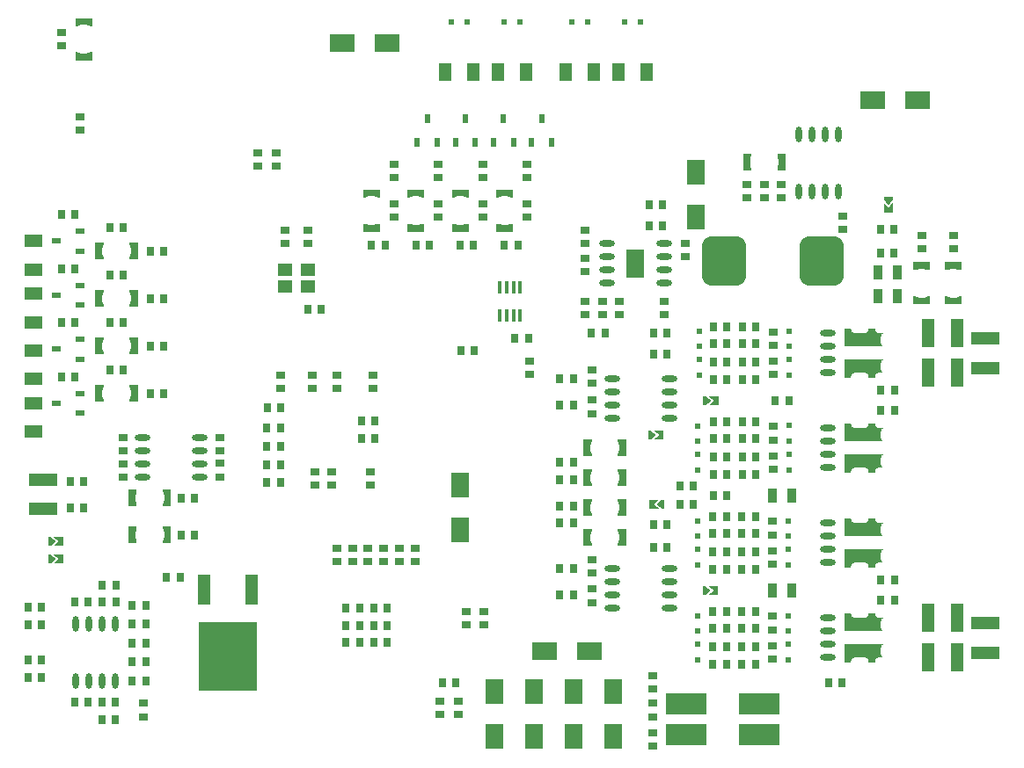
<source format=gbp>
G04*
G04 #@! TF.GenerationSoftware,Altium Limited,Altium Designer,22.8.2 (66)*
G04*
G04 Layer_Color=128*
%FSLAX44Y44*%
%MOMM*%
G71*
G04*
G04 #@! TF.SameCoordinates,4CF88A4D-708D-413D-9FA9-C7E86D45AB9B*
G04*
G04*
G04 #@! TF.FilePolarity,Positive*
G04*
G01*
G75*
%ADD76O,1.5000X0.6000*%
%ADD77R,2.7500X1.2500*%
%ADD78R,0.7000X0.9500*%
G04:AMPARAMS|DCode=79|XSize=4.3mm|YSize=4.8mm|CornerRadius=1.075mm|HoleSize=0mm|Usage=FLASHONLY|Rotation=0.000|XOffset=0mm|YOffset=0mm|HoleType=Round|Shape=RoundedRectangle|*
%AMROUNDEDRECTD79*
21,1,4.3000,2.6500,0,0,0.0*
21,1,2.1500,4.8000,0,0,0.0*
1,1,2.1500,1.0750,-1.3250*
1,1,2.1500,-1.0750,-1.3250*
1,1,2.1500,-1.0750,1.3250*
1,1,2.1500,1.0750,1.3250*
%
%ADD79ROUNDEDRECTD79*%
%ADD80R,1.2500X2.7500*%
%ADD81R,0.9500X0.7000*%
%ADD83R,5.6500X6.7000*%
%ADD84R,1.2000X2.9500*%
%ADD86R,0.6000X0.5000*%
%ADD87O,0.6000X1.5000*%
%ADD90R,1.4000X1.2000*%
%ADD91R,1.7500X2.4500*%
%ADD92R,2.4500X1.7500*%
%ADD93R,1.2500X1.7500*%
%ADD94R,0.6000X0.9000*%
%ADD97O,0.4000X1.2200*%
%ADD101R,0.9500X1.4000*%
%ADD102R,4.0000X2.0000*%
%ADD103R,0.5000X0.6000*%
%ADD104R,0.9000X0.6000*%
%ADD105R,1.7500X1.2500*%
%ADD137R,1.7100X2.7000*%
G36*
X578230Y1113590D02*
X576539Y1113588D01*
X576539Y1113588D01*
X575038Y1114239D01*
X571862Y1114995D01*
X568597Y1114996D01*
X565421Y1114240D01*
X563920Y1113590D01*
X562230Y1113590D01*
Y1121590D01*
X578230D01*
Y1113590D01*
D02*
G37*
G36*
Y1088590D02*
Y1080590D01*
X562230D01*
Y1088590D01*
X563920Y1088590D01*
X565421Y1087940D01*
X568597Y1087184D01*
X571862Y1087185D01*
X575038Y1087941D01*
X576539Y1088592D01*
X576539Y1088592D01*
X578230Y1088590D01*
D02*
G37*
G36*
X1245860Y974990D02*
X1237860D01*
X1237860Y976680D01*
X1238510Y978181D01*
X1239266Y981357D01*
X1239265Y984622D01*
X1238509Y987798D01*
X1237858Y989299D01*
X1237858Y989299D01*
X1237860Y990990D01*
X1245860D01*
Y974990D01*
D02*
G37*
G36*
X1212862Y989299D02*
X1212862Y989299D01*
X1212211Y987798D01*
X1211455Y984622D01*
X1211454Y981357D01*
X1212210Y978181D01*
X1212860Y976680D01*
X1212860Y974990D01*
X1204860D01*
Y990990D01*
X1212860D01*
X1212862Y989299D01*
D02*
G37*
G36*
X983360Y948410D02*
X981670Y948410D01*
X980169Y949060D01*
X976993Y949816D01*
X973728Y949815D01*
X970551Y949059D01*
X969051Y948408D01*
X969051Y948408D01*
X967360Y948410D01*
Y956410D01*
X983360D01*
Y948410D01*
D02*
G37*
G36*
X940603D02*
X938913Y948410D01*
X937413Y949060D01*
X934236Y949816D01*
X930971Y949815D01*
X927795Y949059D01*
X926294Y948408D01*
X926294Y948408D01*
X924603Y948410D01*
Y956410D01*
X940603D01*
Y948410D01*
D02*
G37*
G36*
X897847D02*
X896156Y948410D01*
X894656Y949060D01*
X891479Y949816D01*
X888214Y949815D01*
X885038Y949059D01*
X883538Y948408D01*
X883538Y948408D01*
X881847Y948410D01*
Y956410D01*
X897847D01*
Y948410D01*
D02*
G37*
G36*
X855090D02*
X853400Y948410D01*
X851899Y949060D01*
X848723Y949816D01*
X845458Y949815D01*
X842281Y949059D01*
X840781Y948408D01*
X840781Y948408D01*
X839090Y948410D01*
Y956410D01*
X855090D01*
Y948410D01*
D02*
G37*
G36*
X1348994Y946912D02*
X1344930Y940816D01*
X1340866Y946404D01*
Y948944D01*
X1348994D01*
Y946912D01*
D02*
G37*
G36*
Y934022D02*
X1340866D01*
Y943610D01*
X1344930Y938022D01*
X1348994Y944118D01*
Y934022D01*
D02*
G37*
G36*
X970551Y922761D02*
X973728Y922005D01*
X976993Y922004D01*
X980169Y922760D01*
X981670Y923410D01*
X983360Y923410D01*
Y915410D01*
X967360D01*
Y923410D01*
X969051Y923412D01*
X970551Y922761D01*
D02*
G37*
G36*
X927795D02*
X930971Y922005D01*
X934236Y922004D01*
X937413Y922760D01*
X938913Y923410D01*
X940603Y923410D01*
Y915410D01*
X924603D01*
Y923410D01*
X926294Y923412D01*
X927795Y922761D01*
D02*
G37*
G36*
X885038D02*
X888214Y922005D01*
X891479Y922004D01*
X894656Y922760D01*
X896156Y923410D01*
X897847Y923410D01*
Y915410D01*
X881847D01*
Y923410D01*
X883538Y923412D01*
X885038Y922761D01*
D02*
G37*
G36*
X842281D02*
X845458Y922005D01*
X848723Y922004D01*
X851899Y922760D01*
X853400Y923410D01*
X855090Y923410D01*
Y915410D01*
X839090D01*
Y923410D01*
X840781Y923412D01*
X842281Y922761D01*
D02*
G37*
G36*
X622480Y889100D02*
X614480D01*
X614478Y890791D01*
X614478Y890791D01*
X615129Y892291D01*
X615885Y895468D01*
X615886Y898733D01*
X615130Y901909D01*
X614480Y903410D01*
X614480Y905100D01*
X622480D01*
Y889100D01*
D02*
G37*
G36*
X589480Y903410D02*
X588830Y901909D01*
X588074Y898733D01*
X588075Y895468D01*
X588831Y892291D01*
X589482Y890791D01*
X589480Y889100D01*
X581480D01*
Y905100D01*
X589480D01*
X589480Y903410D01*
D02*
G37*
G36*
X1415160Y878640D02*
X1413469Y878638D01*
X1413469Y878638D01*
X1411969Y879289D01*
X1408792Y880045D01*
X1405527Y880046D01*
X1402351Y879290D01*
X1400850Y878640D01*
X1399160Y878640D01*
Y886640D01*
X1415160D01*
Y878640D01*
D02*
G37*
G36*
X1384680D02*
X1382989Y878638D01*
X1382989Y878638D01*
X1381488Y879289D01*
X1378312Y880045D01*
X1375047Y880046D01*
X1371871Y879290D01*
X1370370Y878640D01*
X1368680Y878640D01*
Y886640D01*
X1384680D01*
Y878640D01*
D02*
G37*
G36*
X1415160Y853640D02*
Y845640D01*
X1399160D01*
Y853640D01*
X1400850Y853640D01*
X1402351Y852990D01*
X1405527Y852234D01*
X1408792Y852235D01*
X1411969Y852991D01*
X1413469Y853642D01*
X1413469Y853642D01*
X1415160Y853640D01*
D02*
G37*
G36*
X1384680D02*
Y845640D01*
X1368680D01*
Y853640D01*
X1370370Y853640D01*
X1371871Y852990D01*
X1375047Y852234D01*
X1378312Y852235D01*
X1381488Y852991D01*
X1382989Y853642D01*
X1382989Y853642D01*
X1384680Y853640D01*
D02*
G37*
G36*
X622480Y843380D02*
X614480D01*
X614478Y845071D01*
X614478Y845071D01*
X615129Y846571D01*
X615885Y849748D01*
X615886Y853013D01*
X615130Y856189D01*
X614480Y857690D01*
X614480Y859380D01*
X622480D01*
Y843380D01*
D02*
G37*
G36*
X589480Y857690D02*
X588830Y856189D01*
X588074Y853013D01*
X588075Y849748D01*
X588831Y846571D01*
X589482Y845071D01*
X589480Y843380D01*
X581480D01*
Y859380D01*
X589480D01*
X589480Y857690D01*
D02*
G37*
G36*
X1331728Y821932D02*
X1331736Y821670D01*
X1331762Y821409D01*
X1331805Y821151D01*
X1331864Y820896D01*
X1331940Y820645D01*
X1332032Y820400D01*
X1332141Y820162D01*
X1332264Y819931D01*
X1332402Y819708D01*
X1332555Y819495D01*
X1332721Y819293D01*
X1332900Y819102D01*
X1333091Y818923D01*
X1333294Y818756D01*
X1333507Y818604D01*
X1333729Y818466D01*
X1333960Y818342D01*
X1334198Y818234D01*
X1334444Y818142D01*
X1334694Y818066D01*
X1334949Y818006D01*
X1335208Y817964D01*
X1335468Y817938D01*
X1335730Y817930D01*
X1339589D01*
X1339529Y817898D01*
X1339306Y817759D01*
X1339094Y817607D01*
X1338891Y817441D01*
X1338700Y817262D01*
X1338521Y817070D01*
X1338355Y816868D01*
X1338202Y816655D01*
X1338064Y816433D01*
X1337941Y816202D01*
X1337832Y815963D01*
X1337740Y815718D01*
X1337664Y815468D01*
X1337605Y815212D01*
X1337562Y814954D01*
X1337536Y814693D01*
X1337528Y814432D01*
Y808632D01*
X1337536Y808370D01*
X1337562Y808109D01*
X1337605Y807851D01*
X1337664Y807596D01*
X1337740Y807345D01*
X1337832Y807100D01*
X1337941Y806861D01*
X1338064Y806631D01*
X1338202Y806408D01*
X1338355Y806195D01*
X1338521Y805993D01*
X1338700Y805802D01*
X1338891Y805623D01*
X1339094Y805456D01*
X1339306Y805304D01*
X1339529Y805166D01*
X1339589Y805134D01*
X1302733D01*
Y822579D01*
X1308729D01*
Y821932D01*
X1308737Y821670D01*
X1308763Y821409D01*
X1308806Y821151D01*
X1308865Y820896D01*
X1308941Y820645D01*
X1309033Y820400D01*
X1309141Y820162D01*
X1309265Y819931D01*
X1309403Y819708D01*
X1309556Y819495D01*
X1309722Y819293D01*
X1309901Y819102D01*
X1310092Y818923D01*
X1310294Y818756D01*
X1310507Y818604D01*
X1310730Y818466D01*
X1310961Y818342D01*
X1311199Y818234D01*
X1311444Y818142D01*
X1311695Y818066D01*
X1311950Y818006D01*
X1312208Y817964D01*
X1312469Y817938D01*
X1312731Y817930D01*
X1321730D01*
X1321752Y817930D01*
X1321773Y817930D01*
X1321882Y817934D01*
X1321992Y817938D01*
X1322013Y817940D01*
X1322035Y817941D01*
X1322144Y817953D01*
X1322252Y817964D01*
X1322274Y817967D01*
X1322295Y817970D01*
X1322403Y817989D01*
X1322511Y818006D01*
X1322532Y818011D01*
X1322553Y818015D01*
X1322659Y818041D01*
X1322766Y818066D01*
X1322786Y818072D01*
X1322807Y818077D01*
X1322912Y818110D01*
X1323017Y818142D01*
X1323036Y818149D01*
X1323057Y818156D01*
X1323160Y818196D01*
X1323262Y818234D01*
X1323281Y818243D01*
X1323301Y818251D01*
X1323400Y818297D01*
X1323500Y818342D01*
X1323519Y818352D01*
X1323539Y818362D01*
X1323635Y818414D01*
X1323731Y818466D01*
X1323749Y818477D01*
X1323768Y818487D01*
X1323861Y818546D01*
X1323954Y818604D01*
X1323971Y818616D01*
X1323989Y818628D01*
X1324077Y818693D01*
X1324166Y818756D01*
X1324183Y818770D01*
X1324200Y818783D01*
X1324284Y818853D01*
X1324369Y818923D01*
X1324384Y818937D01*
X1324401Y818951D01*
X1324480Y819027D01*
X1324560Y819102D01*
X1324575Y819117D01*
X1324590Y819132D01*
X1324664Y819213D01*
X1324739Y819293D01*
X1324753Y819310D01*
X1324767Y819325D01*
X1324835Y819410D01*
X1324905Y819495D01*
X1324918Y819513D01*
X1324931Y819530D01*
X1324994Y819619D01*
X1325058Y819708D01*
X1325069Y819726D01*
X1325081Y819744D01*
X1325138Y819838D01*
X1325196Y819931D01*
X1325206Y819950D01*
X1325217Y819968D01*
X1325267Y820064D01*
X1325319Y820162D01*
X1325328Y820181D01*
X1325338Y820200D01*
X1325382Y820300D01*
X1325428Y820400D01*
X1325435Y820420D01*
X1325444Y820440D01*
X1325481Y820543D01*
X1325520Y820645D01*
X1325526Y820666D01*
X1325533Y820686D01*
X1325564Y820791D01*
X1325596Y820896D01*
X1325601Y820917D01*
X1325607Y820937D01*
X1325631Y821045D01*
X1325655Y821151D01*
X1325659Y821172D01*
X1325663Y821193D01*
X1325680Y821301D01*
X1325698Y821409D01*
X1325700Y821431D01*
X1325703Y821452D01*
X1325713Y821561D01*
X1325724Y821670D01*
X1325724Y821691D01*
X1325726Y821713D01*
X1325729Y821823D01*
X1325732Y821932D01*
X1325731Y821953D01*
X1325732Y821975D01*
X1325725Y822579D01*
X1331728D01*
Y821932D01*
D02*
G37*
G36*
X622480Y797660D02*
X614480D01*
X614478Y799351D01*
X614478Y799351D01*
X615129Y800851D01*
X615885Y804028D01*
X615886Y807293D01*
X615130Y810469D01*
X614480Y811970D01*
X614480Y813660D01*
X622480D01*
Y797660D01*
D02*
G37*
G36*
X589480Y811970D02*
X588830Y810469D01*
X588074Y807293D01*
X588075Y804028D01*
X588831Y800851D01*
X589482Y799351D01*
X589480Y797660D01*
X581480D01*
Y813660D01*
X589480D01*
X589480Y811970D01*
D02*
G37*
G36*
X1339525Y792496D02*
X1339303Y792358D01*
X1339090Y792205D01*
X1338887Y792039D01*
X1338696Y791860D01*
X1338517Y791669D01*
X1338351Y791466D01*
X1338198Y791254D01*
X1338060Y791031D01*
X1337937Y790800D01*
X1337829Y790562D01*
X1337736Y790316D01*
X1337660Y790066D01*
X1337601Y789811D01*
X1337558Y789552D01*
X1337533Y789292D01*
X1337524Y789030D01*
Y783230D01*
X1337533Y782968D01*
X1337558Y782708D01*
X1337601Y782449D01*
X1337660Y782194D01*
X1337736Y781944D01*
X1337829Y781699D01*
X1337937Y781460D01*
X1338060Y781229D01*
X1338198Y781006D01*
X1338351Y780794D01*
X1338517Y780591D01*
X1338696Y780400D01*
X1338887Y780221D01*
X1339090Y780055D01*
X1339303Y779902D01*
X1339525Y779764D01*
X1339585Y779732D01*
X1335726D01*
X1335464Y779724D01*
X1335204Y779698D01*
X1334945Y779655D01*
X1334690Y779596D01*
X1334440Y779520D01*
X1334194Y779427D01*
X1333956Y779319D01*
X1333725Y779196D01*
X1333503Y779058D01*
X1333290Y778905D01*
X1333087Y778739D01*
X1332896Y778560D01*
X1332717Y778369D01*
X1332551Y778166D01*
X1332398Y777953D01*
X1332260Y777731D01*
X1332137Y777500D01*
X1332029Y777262D01*
X1331936Y777016D01*
X1331860Y776766D01*
X1331801Y776511D01*
X1331758Y776252D01*
X1331732Y775992D01*
X1331724Y775730D01*
Y775082D01*
X1325721D01*
X1325728Y775687D01*
X1325727Y775708D01*
X1325728Y775730D01*
X1325725Y775839D01*
X1325722Y775949D01*
X1325720Y775970D01*
X1325720Y775992D01*
X1325709Y776101D01*
X1325699Y776210D01*
X1325696Y776231D01*
X1325694Y776252D01*
X1325676Y776360D01*
X1325659Y776469D01*
X1325655Y776490D01*
X1325651Y776511D01*
X1325627Y776617D01*
X1325603Y776724D01*
X1325597Y776745D01*
X1325592Y776766D01*
X1325560Y776871D01*
X1325529Y776976D01*
X1325522Y776996D01*
X1325516Y777016D01*
X1325477Y777119D01*
X1325440Y777222D01*
X1325431Y777241D01*
X1325423Y777262D01*
X1325378Y777362D01*
X1325334Y777461D01*
X1325324Y777480D01*
X1325315Y777500D01*
X1325263Y777598D01*
X1325213Y777694D01*
X1325202Y777712D01*
X1325192Y777731D01*
X1325134Y777824D01*
X1325077Y777917D01*
X1325065Y777935D01*
X1325054Y777953D01*
X1324990Y778043D01*
X1324927Y778132D01*
X1324914Y778149D01*
X1324901Y778166D01*
X1324831Y778252D01*
X1324763Y778336D01*
X1324749Y778352D01*
X1324735Y778369D01*
X1324660Y778449D01*
X1324586Y778529D01*
X1324571Y778544D01*
X1324556Y778560D01*
X1324476Y778635D01*
X1324397Y778710D01*
X1324380Y778724D01*
X1324365Y778739D01*
X1324280Y778808D01*
X1324196Y778879D01*
X1324179Y778891D01*
X1324162Y778905D01*
X1324073Y778969D01*
X1323985Y779034D01*
X1323967Y779045D01*
X1323949Y779058D01*
X1323857Y779115D01*
X1323764Y779174D01*
X1323745Y779185D01*
X1323727Y779196D01*
X1323631Y779248D01*
X1323535Y779300D01*
X1323515Y779309D01*
X1323496Y779319D01*
X1323396Y779365D01*
X1323297Y779411D01*
X1323277Y779419D01*
X1323258Y779427D01*
X1323156Y779466D01*
X1323053Y779506D01*
X1323032Y779512D01*
X1323013Y779520D01*
X1322908Y779551D01*
X1322803Y779584D01*
X1322782Y779589D01*
X1322762Y779596D01*
X1322655Y779621D01*
X1322549Y779647D01*
X1322528Y779650D01*
X1322507Y779655D01*
X1322399Y779673D01*
X1322291Y779692D01*
X1322269Y779694D01*
X1322248Y779698D01*
X1322140Y779709D01*
X1322031Y779721D01*
X1322009Y779722D01*
X1321988Y779724D01*
X1321878Y779727D01*
X1321769Y779732D01*
X1321747Y779731D01*
X1321726Y779732D01*
X1312727D01*
X1312465Y779724D01*
X1312204Y779698D01*
X1311946Y779655D01*
X1311691Y779596D01*
X1311440Y779520D01*
X1311195Y779427D01*
X1310957Y779319D01*
X1310726Y779196D01*
X1310503Y779058D01*
X1310291Y778905D01*
X1310088Y778739D01*
X1309897Y778560D01*
X1309718Y778369D01*
X1309552Y778166D01*
X1309399Y777953D01*
X1309261Y777731D01*
X1309137Y777500D01*
X1309029Y777262D01*
X1308937Y777016D01*
X1308861Y776766D01*
X1308802Y776511D01*
X1308759Y776252D01*
X1308733Y775992D01*
X1308725Y775730D01*
Y775082D01*
X1302729D01*
Y792528D01*
X1339585D01*
X1339525Y792496D01*
D02*
G37*
G36*
X622480Y751940D02*
X614480D01*
X614478Y753631D01*
X614478Y753631D01*
X615129Y755132D01*
X615885Y758308D01*
X615886Y761573D01*
X615130Y764749D01*
X614480Y766250D01*
X614480Y767940D01*
X622480D01*
Y751940D01*
D02*
G37*
G36*
X589480Y766250D02*
X588830Y764749D01*
X588074Y761573D01*
X588075Y758308D01*
X588831Y755132D01*
X589482Y753631D01*
X589480Y751940D01*
X581480D01*
Y767940D01*
X589480D01*
X589480Y766250D01*
D02*
G37*
G36*
X1181398Y749047D02*
X1171810D01*
X1177398Y753111D01*
X1171302Y757175D01*
X1181398D01*
Y749047D01*
D02*
G37*
G36*
X1174604Y753111D02*
X1169016Y749047D01*
X1166476D01*
Y757175D01*
X1168508D01*
X1174604Y753111D01*
D02*
G37*
G36*
X1331728Y730492D02*
X1331736Y730230D01*
X1331762Y729969D01*
X1331805Y729711D01*
X1331864Y729456D01*
X1331940Y729205D01*
X1332032Y728960D01*
X1332141Y728721D01*
X1332264Y728491D01*
X1332402Y728268D01*
X1332555Y728055D01*
X1332721Y727853D01*
X1332900Y727662D01*
X1333091Y727483D01*
X1333294Y727317D01*
X1333507Y727164D01*
X1333729Y727026D01*
X1333960Y726902D01*
X1334198Y726794D01*
X1334444Y726702D01*
X1334694Y726626D01*
X1334949Y726566D01*
X1335208Y726524D01*
X1335468Y726498D01*
X1335730Y726489D01*
X1339589D01*
X1339529Y726458D01*
X1339306Y726319D01*
X1339094Y726167D01*
X1338891Y726001D01*
X1338700Y725822D01*
X1338521Y725630D01*
X1338355Y725428D01*
X1338202Y725215D01*
X1338064Y724993D01*
X1337941Y724762D01*
X1337832Y724523D01*
X1337740Y724278D01*
X1337664Y724027D01*
X1337605Y723772D01*
X1337562Y723514D01*
X1337536Y723253D01*
X1337528Y722992D01*
Y717192D01*
X1337536Y716930D01*
X1337562Y716669D01*
X1337605Y716411D01*
X1337664Y716156D01*
X1337740Y715905D01*
X1337832Y715660D01*
X1337941Y715422D01*
X1338064Y715191D01*
X1338202Y714968D01*
X1338355Y714755D01*
X1338521Y714553D01*
X1338700Y714362D01*
X1338891Y714183D01*
X1339094Y714016D01*
X1339306Y713864D01*
X1339529Y713726D01*
X1339589Y713694D01*
X1302733D01*
Y731140D01*
X1308729D01*
Y730492D01*
X1308737Y730230D01*
X1308763Y729969D01*
X1308806Y729711D01*
X1308865Y729456D01*
X1308941Y729205D01*
X1309033Y728960D01*
X1309141Y728721D01*
X1309265Y728491D01*
X1309403Y728268D01*
X1309556Y728055D01*
X1309722Y727853D01*
X1309901Y727662D01*
X1310092Y727483D01*
X1310294Y727317D01*
X1310507Y727164D01*
X1310730Y727026D01*
X1310961Y726902D01*
X1311199Y726794D01*
X1311444Y726702D01*
X1311695Y726626D01*
X1311950Y726566D01*
X1312208Y726524D01*
X1312469Y726498D01*
X1312731Y726489D01*
X1321730D01*
X1321752Y726490D01*
X1321773Y726490D01*
X1321882Y726495D01*
X1321992Y726498D01*
X1322013Y726500D01*
X1322035Y726501D01*
X1322144Y726513D01*
X1322252Y726524D01*
X1322274Y726527D01*
X1322295Y726530D01*
X1322403Y726549D01*
X1322511Y726566D01*
X1322532Y726571D01*
X1322553Y726575D01*
X1322659Y726601D01*
X1322766Y726626D01*
X1322786Y726632D01*
X1322807Y726637D01*
X1322912Y726670D01*
X1323017Y726702D01*
X1323036Y726709D01*
X1323057Y726716D01*
X1323160Y726756D01*
X1323262Y726794D01*
X1323281Y726803D01*
X1323301Y726811D01*
X1323400Y726857D01*
X1323500Y726902D01*
X1323519Y726912D01*
X1323539Y726921D01*
X1323635Y726974D01*
X1323731Y727026D01*
X1323749Y727037D01*
X1323768Y727047D01*
X1323861Y727106D01*
X1323954Y727164D01*
X1323971Y727177D01*
X1323989Y727188D01*
X1324077Y727253D01*
X1324166Y727317D01*
X1324183Y727330D01*
X1324200Y727343D01*
X1324284Y727413D01*
X1324369Y727483D01*
X1324384Y727497D01*
X1324401Y727511D01*
X1324480Y727587D01*
X1324560Y727662D01*
X1324575Y727677D01*
X1324590Y727692D01*
X1324664Y727773D01*
X1324739Y727853D01*
X1324753Y727870D01*
X1324767Y727885D01*
X1324835Y727970D01*
X1324905Y728055D01*
X1324918Y728073D01*
X1324931Y728090D01*
X1324994Y728179D01*
X1325058Y728268D01*
X1325069Y728286D01*
X1325081Y728304D01*
X1325138Y728398D01*
X1325196Y728491D01*
X1325206Y728510D01*
X1325217Y728528D01*
X1325267Y728624D01*
X1325319Y728721D01*
X1325328Y728741D01*
X1325338Y728760D01*
X1325382Y728860D01*
X1325428Y728960D01*
X1325435Y728980D01*
X1325444Y729000D01*
X1325481Y729102D01*
X1325520Y729205D01*
X1325526Y729226D01*
X1325533Y729246D01*
X1325564Y729351D01*
X1325596Y729456D01*
X1325601Y729477D01*
X1325607Y729497D01*
X1325631Y729605D01*
X1325655Y729711D01*
X1325659Y729732D01*
X1325663Y729753D01*
X1325680Y729861D01*
X1325698Y729969D01*
X1325700Y729991D01*
X1325703Y730012D01*
X1325713Y730121D01*
X1325724Y730230D01*
X1325724Y730251D01*
X1325726Y730273D01*
X1325729Y730383D01*
X1325732Y730492D01*
X1325731Y730513D01*
X1325732Y730535D01*
X1325725Y731140D01*
X1331728D01*
Y730492D01*
D02*
G37*
G36*
X1128458Y716026D02*
X1118870D01*
X1124458Y720090D01*
X1118362Y724154D01*
X1128458D01*
Y716026D01*
D02*
G37*
G36*
X1121664Y720090D02*
X1116076Y716026D01*
X1113536D01*
Y724154D01*
X1115568D01*
X1121664Y720090D01*
D02*
G37*
G36*
X1092300Y699390D02*
X1084300D01*
X1084300Y701080D01*
X1084950Y702581D01*
X1085706Y705757D01*
X1085706Y709022D01*
X1084949Y712198D01*
X1084298Y713699D01*
X1084298Y713699D01*
X1084300Y715390D01*
X1092300D01*
Y699390D01*
D02*
G37*
G36*
X1059302Y713699D02*
X1059302Y713699D01*
X1058652Y712198D01*
X1057895Y709022D01*
X1057894Y705757D01*
X1058650Y702581D01*
X1059300Y701080D01*
X1059300Y699390D01*
X1051300D01*
Y715390D01*
X1059300D01*
X1059302Y713699D01*
D02*
G37*
G36*
X1339525Y701056D02*
X1339303Y700918D01*
X1339090Y700765D01*
X1338887Y700599D01*
X1338696Y700420D01*
X1338517Y700229D01*
X1338351Y700026D01*
X1338198Y699814D01*
X1338060Y699591D01*
X1337937Y699360D01*
X1337829Y699121D01*
X1337736Y698876D01*
X1337660Y698626D01*
X1337601Y698371D01*
X1337558Y698112D01*
X1337533Y697852D01*
X1337524Y697590D01*
Y691790D01*
X1337533Y691528D01*
X1337558Y691268D01*
X1337601Y691009D01*
X1337660Y690754D01*
X1337736Y690504D01*
X1337829Y690258D01*
X1337937Y690020D01*
X1338060Y689789D01*
X1338198Y689566D01*
X1338351Y689354D01*
X1338517Y689151D01*
X1338696Y688960D01*
X1338887Y688781D01*
X1339090Y688615D01*
X1339303Y688462D01*
X1339525Y688324D01*
X1339585Y688292D01*
X1335726D01*
X1335464Y688284D01*
X1335204Y688258D01*
X1334945Y688215D01*
X1334690Y688156D01*
X1334440Y688080D01*
X1334194Y687988D01*
X1333956Y687879D01*
X1333725Y687756D01*
X1333503Y687618D01*
X1333290Y687465D01*
X1333087Y687299D01*
X1332896Y687120D01*
X1332717Y686929D01*
X1332551Y686726D01*
X1332398Y686514D01*
X1332260Y686291D01*
X1332137Y686060D01*
X1332029Y685822D01*
X1331936Y685576D01*
X1331860Y685326D01*
X1331801Y685071D01*
X1331758Y684812D01*
X1331732Y684552D01*
X1331724Y684290D01*
Y683642D01*
X1325721D01*
X1325728Y684247D01*
X1325727Y684268D01*
X1325728Y684290D01*
X1325725Y684399D01*
X1325722Y684509D01*
X1325720Y684530D01*
X1325720Y684552D01*
X1325709Y684661D01*
X1325699Y684770D01*
X1325696Y684791D01*
X1325694Y684812D01*
X1325676Y684920D01*
X1325659Y685029D01*
X1325655Y685050D01*
X1325651Y685071D01*
X1325627Y685177D01*
X1325603Y685284D01*
X1325597Y685305D01*
X1325592Y685326D01*
X1325560Y685431D01*
X1325529Y685536D01*
X1325522Y685556D01*
X1325516Y685576D01*
X1325477Y685679D01*
X1325440Y685782D01*
X1325431Y685801D01*
X1325423Y685822D01*
X1325378Y685921D01*
X1325334Y686021D01*
X1325324Y686040D01*
X1325315Y686060D01*
X1325263Y686158D01*
X1325213Y686254D01*
X1325202Y686272D01*
X1325192Y686291D01*
X1325134Y686384D01*
X1325077Y686478D01*
X1325065Y686495D01*
X1325054Y686514D01*
X1324990Y686603D01*
X1324927Y686692D01*
X1324914Y686709D01*
X1324901Y686726D01*
X1324831Y686812D01*
X1324763Y686896D01*
X1324749Y686912D01*
X1324735Y686929D01*
X1324660Y687009D01*
X1324586Y687089D01*
X1324571Y687104D01*
X1324556Y687120D01*
X1324476Y687195D01*
X1324397Y687270D01*
X1324380Y687284D01*
X1324365Y687299D01*
X1324280Y687368D01*
X1324196Y687439D01*
X1324179Y687451D01*
X1324162Y687465D01*
X1324073Y687529D01*
X1323985Y687594D01*
X1323967Y687605D01*
X1323949Y687618D01*
X1323857Y687675D01*
X1323764Y687734D01*
X1323745Y687745D01*
X1323727Y687756D01*
X1323631Y687807D01*
X1323535Y687860D01*
X1323515Y687869D01*
X1323496Y687879D01*
X1323396Y687925D01*
X1323297Y687971D01*
X1323277Y687979D01*
X1323258Y687988D01*
X1323156Y688026D01*
X1323053Y688066D01*
X1323032Y688072D01*
X1323013Y688080D01*
X1322908Y688111D01*
X1322803Y688144D01*
X1322782Y688149D01*
X1322762Y688156D01*
X1322655Y688181D01*
X1322549Y688207D01*
X1322528Y688210D01*
X1322507Y688215D01*
X1322399Y688233D01*
X1322291Y688252D01*
X1322269Y688254D01*
X1322248Y688258D01*
X1322140Y688269D01*
X1322031Y688280D01*
X1322009Y688281D01*
X1321988Y688284D01*
X1321878Y688287D01*
X1321769Y688292D01*
X1321747Y688291D01*
X1321726Y688292D01*
X1312727D01*
X1312465Y688284D01*
X1312204Y688258D01*
X1311946Y688215D01*
X1311691Y688156D01*
X1311440Y688080D01*
X1311195Y687988D01*
X1310957Y687879D01*
X1310726Y687756D01*
X1310503Y687618D01*
X1310291Y687465D01*
X1310088Y687299D01*
X1309897Y687120D01*
X1309718Y686929D01*
X1309552Y686726D01*
X1309399Y686514D01*
X1309261Y686291D01*
X1309137Y686060D01*
X1309029Y685822D01*
X1308937Y685576D01*
X1308861Y685326D01*
X1308802Y685071D01*
X1308759Y684812D01*
X1308733Y684552D01*
X1308725Y684290D01*
Y683642D01*
X1302729D01*
Y701088D01*
X1339585D01*
X1339525Y701056D01*
D02*
G37*
G36*
X1092300Y670603D02*
X1084300D01*
X1084300Y672293D01*
X1084950Y673794D01*
X1085706Y676970D01*
X1085706Y680236D01*
X1084949Y683412D01*
X1084298Y684912D01*
X1084298Y684912D01*
X1084300Y686603D01*
X1092300D01*
Y670603D01*
D02*
G37*
G36*
X1059302Y684912D02*
X1059302Y684912D01*
X1058652Y683412D01*
X1057895Y680236D01*
X1057894Y676970D01*
X1058650Y673794D01*
X1059300Y672293D01*
X1059300Y670603D01*
X1051300D01*
Y686603D01*
X1059300D01*
X1059302Y684912D01*
D02*
G37*
G36*
X654230Y651130D02*
X646230D01*
X646228Y652821D01*
X646228Y652821D01*
X646879Y654321D01*
X647635Y657498D01*
X647636Y660763D01*
X646880Y663939D01*
X646230Y665440D01*
X646230Y667130D01*
X654230D01*
Y651130D01*
D02*
G37*
G36*
X621230Y665440D02*
X620580Y663939D01*
X619824Y660763D01*
X619825Y657498D01*
X620581Y654322D01*
X621232Y652821D01*
X621230Y651130D01*
X613230D01*
Y667130D01*
X621230D01*
X621230Y665440D01*
D02*
G37*
G36*
X1129284Y648973D02*
X1127252D01*
X1121156Y653037D01*
X1126744Y657101D01*
X1129284D01*
Y648973D01*
D02*
G37*
G36*
X1118362Y653037D02*
X1124458Y648973D01*
X1114362D01*
Y657101D01*
X1123950D01*
X1118362Y653037D01*
D02*
G37*
G36*
X1092300Y641817D02*
X1084300D01*
X1084300Y643507D01*
X1084950Y645007D01*
X1085706Y648184D01*
X1085706Y651449D01*
X1084949Y654625D01*
X1084298Y656125D01*
X1084298Y656125D01*
X1084300Y657817D01*
X1092300D01*
Y641817D01*
D02*
G37*
G36*
X1059302Y656125D02*
X1059302Y656125D01*
X1058652Y654625D01*
X1057895Y651449D01*
X1057894Y648184D01*
X1058650Y645007D01*
X1059300Y643507D01*
X1059300Y641817D01*
X1051300D01*
Y657817D01*
X1059300D01*
X1059302Y656125D01*
D02*
G37*
G36*
X1331728Y639052D02*
X1331736Y638790D01*
X1331762Y638529D01*
X1331805Y638271D01*
X1331864Y638016D01*
X1331940Y637765D01*
X1332032Y637520D01*
X1332141Y637281D01*
X1332264Y637051D01*
X1332402Y636828D01*
X1332555Y636615D01*
X1332721Y636413D01*
X1332900Y636222D01*
X1333091Y636043D01*
X1333294Y635877D01*
X1333507Y635724D01*
X1333729Y635586D01*
X1333960Y635462D01*
X1334198Y635354D01*
X1334444Y635262D01*
X1334694Y635186D01*
X1334949Y635126D01*
X1335208Y635084D01*
X1335468Y635058D01*
X1335730Y635050D01*
X1339589D01*
X1339529Y635018D01*
X1339306Y634879D01*
X1339094Y634727D01*
X1338891Y634561D01*
X1338700Y634382D01*
X1338521Y634190D01*
X1338355Y633988D01*
X1338202Y633775D01*
X1338064Y633553D01*
X1337941Y633322D01*
X1337832Y633083D01*
X1337740Y632838D01*
X1337664Y632588D01*
X1337605Y632332D01*
X1337562Y632074D01*
X1337536Y631813D01*
X1337528Y631552D01*
Y625752D01*
X1337536Y625490D01*
X1337562Y625229D01*
X1337605Y624971D01*
X1337664Y624716D01*
X1337740Y624465D01*
X1337832Y624220D01*
X1337941Y623982D01*
X1338064Y623751D01*
X1338202Y623528D01*
X1338355Y623315D01*
X1338521Y623113D01*
X1338700Y622922D01*
X1338891Y622743D01*
X1339094Y622576D01*
X1339306Y622424D01*
X1339529Y622286D01*
X1339589Y622254D01*
X1302733D01*
Y639700D01*
X1308729D01*
Y639052D01*
X1308737Y638790D01*
X1308763Y638529D01*
X1308806Y638271D01*
X1308865Y638016D01*
X1308941Y637765D01*
X1309033Y637520D01*
X1309141Y637281D01*
X1309265Y637051D01*
X1309403Y636828D01*
X1309556Y636615D01*
X1309722Y636413D01*
X1309901Y636222D01*
X1310092Y636043D01*
X1310294Y635877D01*
X1310507Y635724D01*
X1310730Y635586D01*
X1310961Y635462D01*
X1311199Y635354D01*
X1311444Y635262D01*
X1311695Y635186D01*
X1311950Y635126D01*
X1312208Y635084D01*
X1312469Y635058D01*
X1312731Y635050D01*
X1321730D01*
X1321752Y635050D01*
X1321773Y635050D01*
X1321882Y635055D01*
X1321992Y635058D01*
X1322013Y635060D01*
X1322035Y635061D01*
X1322144Y635073D01*
X1322252Y635084D01*
X1322274Y635087D01*
X1322295Y635090D01*
X1322403Y635109D01*
X1322511Y635126D01*
X1322532Y635131D01*
X1322553Y635135D01*
X1322659Y635161D01*
X1322766Y635186D01*
X1322786Y635192D01*
X1322807Y635197D01*
X1322912Y635230D01*
X1323017Y635262D01*
X1323036Y635269D01*
X1323057Y635276D01*
X1323160Y635316D01*
X1323262Y635354D01*
X1323281Y635363D01*
X1323301Y635371D01*
X1323400Y635417D01*
X1323500Y635462D01*
X1323519Y635472D01*
X1323539Y635481D01*
X1323635Y635534D01*
X1323731Y635586D01*
X1323749Y635597D01*
X1323768Y635607D01*
X1323861Y635666D01*
X1323954Y635724D01*
X1323971Y635737D01*
X1323989Y635748D01*
X1324077Y635813D01*
X1324166Y635877D01*
X1324183Y635890D01*
X1324200Y635903D01*
X1324284Y635973D01*
X1324369Y636043D01*
X1324384Y636057D01*
X1324401Y636071D01*
X1324480Y636147D01*
X1324560Y636222D01*
X1324575Y636237D01*
X1324590Y636252D01*
X1324664Y636333D01*
X1324739Y636413D01*
X1324753Y636430D01*
X1324767Y636445D01*
X1324835Y636530D01*
X1324905Y636615D01*
X1324918Y636633D01*
X1324931Y636650D01*
X1324994Y636739D01*
X1325058Y636828D01*
X1325069Y636846D01*
X1325081Y636864D01*
X1325138Y636958D01*
X1325196Y637051D01*
X1325206Y637070D01*
X1325217Y637088D01*
X1325267Y637184D01*
X1325319Y637281D01*
X1325328Y637301D01*
X1325338Y637320D01*
X1325382Y637420D01*
X1325428Y637520D01*
X1325435Y637540D01*
X1325444Y637560D01*
X1325481Y637663D01*
X1325520Y637765D01*
X1325526Y637786D01*
X1325533Y637806D01*
X1325564Y637911D01*
X1325596Y638016D01*
X1325601Y638037D01*
X1325607Y638057D01*
X1325631Y638165D01*
X1325655Y638271D01*
X1325659Y638292D01*
X1325663Y638313D01*
X1325680Y638421D01*
X1325698Y638529D01*
X1325700Y638551D01*
X1325703Y638572D01*
X1325713Y638681D01*
X1325724Y638790D01*
X1325724Y638811D01*
X1325726Y638833D01*
X1325729Y638943D01*
X1325732Y639052D01*
X1325731Y639073D01*
X1325732Y639095D01*
X1325725Y639700D01*
X1331728D01*
Y639052D01*
D02*
G37*
G36*
X654230Y615570D02*
X646230D01*
X646228Y617261D01*
X646228Y617261D01*
X646879Y618761D01*
X647635Y621938D01*
X647636Y625203D01*
X646880Y628379D01*
X646230Y629880D01*
X646230Y631570D01*
X654230D01*
Y615570D01*
D02*
G37*
G36*
X621230Y629880D02*
X620580Y628379D01*
X619824Y625203D01*
X619825Y621938D01*
X620581Y618761D01*
X621232Y617261D01*
X621230Y615570D01*
X613230D01*
Y631570D01*
X621230D01*
X621230Y629880D01*
D02*
G37*
G36*
X550758Y613156D02*
X541170D01*
X546758Y617220D01*
X540662Y621284D01*
X550758D01*
Y613156D01*
D02*
G37*
G36*
X543964Y617220D02*
X538376Y613156D01*
X535836D01*
Y621284D01*
X537868D01*
X543964Y617220D01*
D02*
G37*
G36*
X1092300Y613030D02*
X1084300D01*
X1084300Y614720D01*
X1084950Y616221D01*
X1085706Y619397D01*
X1085706Y622662D01*
X1084949Y625839D01*
X1084298Y627339D01*
X1084298Y627339D01*
X1084300Y629030D01*
X1092300D01*
Y613030D01*
D02*
G37*
G36*
X1059302Y627339D02*
X1059302Y627339D01*
X1058652Y625839D01*
X1057895Y622662D01*
X1057894Y619397D01*
X1058650Y616221D01*
X1059300Y614720D01*
X1059300Y613030D01*
X1051300D01*
Y629030D01*
X1059300D01*
X1059302Y627339D01*
D02*
G37*
G36*
X550758Y596646D02*
X541170D01*
X546758Y600710D01*
X540662Y604774D01*
X550758D01*
Y596646D01*
D02*
G37*
G36*
X543964Y600710D02*
X538376Y596646D01*
X535836D01*
Y604774D01*
X537868D01*
X543964Y600710D01*
D02*
G37*
G36*
X1339525Y609616D02*
X1339303Y609478D01*
X1339090Y609325D01*
X1338887Y609159D01*
X1338696Y608980D01*
X1338517Y608789D01*
X1338351Y608586D01*
X1338198Y608373D01*
X1338060Y608151D01*
X1337937Y607920D01*
X1337829Y607682D01*
X1337736Y607436D01*
X1337660Y607186D01*
X1337601Y606931D01*
X1337558Y606672D01*
X1337533Y606412D01*
X1337524Y606150D01*
Y600350D01*
X1337533Y600088D01*
X1337558Y599828D01*
X1337601Y599569D01*
X1337660Y599314D01*
X1337736Y599064D01*
X1337829Y598819D01*
X1337937Y598580D01*
X1338060Y598349D01*
X1338198Y598126D01*
X1338351Y597914D01*
X1338517Y597711D01*
X1338696Y597520D01*
X1338887Y597341D01*
X1339090Y597175D01*
X1339303Y597022D01*
X1339525Y596884D01*
X1339585Y596852D01*
X1335726D01*
X1335464Y596844D01*
X1335204Y596818D01*
X1334945Y596775D01*
X1334690Y596716D01*
X1334440Y596640D01*
X1334194Y596548D01*
X1333956Y596439D01*
X1333725Y596316D01*
X1333503Y596178D01*
X1333290Y596025D01*
X1333087Y595859D01*
X1332896Y595680D01*
X1332717Y595489D01*
X1332551Y595286D01*
X1332398Y595074D01*
X1332260Y594851D01*
X1332137Y594620D01*
X1332029Y594381D01*
X1331936Y594136D01*
X1331860Y593886D01*
X1331801Y593631D01*
X1331758Y593372D01*
X1331732Y593112D01*
X1331724Y592850D01*
Y592202D01*
X1325721D01*
X1325728Y592807D01*
X1325727Y592828D01*
X1325728Y592850D01*
X1325725Y592959D01*
X1325722Y593069D01*
X1325720Y593090D01*
X1325720Y593112D01*
X1325709Y593221D01*
X1325699Y593330D01*
X1325696Y593351D01*
X1325694Y593372D01*
X1325676Y593480D01*
X1325659Y593588D01*
X1325655Y593610D01*
X1325651Y593631D01*
X1325627Y593737D01*
X1325603Y593844D01*
X1325597Y593865D01*
X1325592Y593886D01*
X1325560Y593991D01*
X1325529Y594096D01*
X1325522Y594116D01*
X1325516Y594136D01*
X1325477Y594239D01*
X1325440Y594342D01*
X1325431Y594361D01*
X1325423Y594381D01*
X1325378Y594482D01*
X1325334Y594581D01*
X1325324Y594600D01*
X1325315Y594620D01*
X1325263Y594717D01*
X1325213Y594814D01*
X1325202Y594832D01*
X1325192Y594851D01*
X1325134Y594944D01*
X1325077Y595037D01*
X1325065Y595055D01*
X1325054Y595074D01*
X1324990Y595163D01*
X1324927Y595252D01*
X1324914Y595269D01*
X1324901Y595286D01*
X1324831Y595372D01*
X1324763Y595456D01*
X1324749Y595472D01*
X1324735Y595489D01*
X1324660Y595569D01*
X1324586Y595649D01*
X1324571Y595664D01*
X1324556Y595680D01*
X1324476Y595755D01*
X1324397Y595830D01*
X1324380Y595844D01*
X1324365Y595859D01*
X1324280Y595928D01*
X1324196Y595999D01*
X1324179Y596011D01*
X1324162Y596025D01*
X1324073Y596089D01*
X1323985Y596153D01*
X1323967Y596165D01*
X1323949Y596178D01*
X1323857Y596235D01*
X1323764Y596294D01*
X1323745Y596305D01*
X1323727Y596316D01*
X1323631Y596367D01*
X1323535Y596420D01*
X1323515Y596429D01*
X1323496Y596439D01*
X1323396Y596485D01*
X1323297Y596531D01*
X1323277Y596539D01*
X1323258Y596548D01*
X1323156Y596586D01*
X1323053Y596626D01*
X1323032Y596632D01*
X1323013Y596640D01*
X1322908Y596671D01*
X1322803Y596704D01*
X1322782Y596710D01*
X1322762Y596716D01*
X1322655Y596741D01*
X1322549Y596767D01*
X1322528Y596770D01*
X1322507Y596775D01*
X1322399Y596793D01*
X1322291Y596812D01*
X1322269Y596814D01*
X1322248Y596818D01*
X1322140Y596829D01*
X1322031Y596841D01*
X1322009Y596842D01*
X1321988Y596844D01*
X1321878Y596847D01*
X1321769Y596852D01*
X1321747Y596851D01*
X1321726Y596852D01*
X1312727D01*
X1312465Y596844D01*
X1312204Y596818D01*
X1311946Y596775D01*
X1311691Y596716D01*
X1311440Y596640D01*
X1311195Y596548D01*
X1310957Y596439D01*
X1310726Y596316D01*
X1310503Y596178D01*
X1310291Y596025D01*
X1310088Y595859D01*
X1309897Y595680D01*
X1309718Y595489D01*
X1309552Y595286D01*
X1309399Y595074D01*
X1309261Y594851D01*
X1309137Y594620D01*
X1309029Y594381D01*
X1308937Y594136D01*
X1308861Y593886D01*
X1308802Y593631D01*
X1308759Y593372D01*
X1308733Y593112D01*
X1308725Y592850D01*
Y592202D01*
X1302729D01*
Y609648D01*
X1339585D01*
X1339525Y609616D01*
D02*
G37*
G36*
X1180918Y566167D02*
X1171330D01*
X1176918Y570231D01*
X1170822Y574295D01*
X1180918D01*
Y566167D01*
D02*
G37*
G36*
X1174124Y570231D02*
X1168536Y566167D01*
X1165996D01*
Y574295D01*
X1168028D01*
X1174124Y570231D01*
D02*
G37*
G36*
X1331728Y547612D02*
X1331736Y547350D01*
X1331762Y547089D01*
X1331805Y546831D01*
X1331864Y546576D01*
X1331940Y546325D01*
X1332032Y546080D01*
X1332141Y545841D01*
X1332264Y545611D01*
X1332402Y545388D01*
X1332555Y545175D01*
X1332721Y544973D01*
X1332900Y544782D01*
X1333091Y544603D01*
X1333294Y544436D01*
X1333507Y544284D01*
X1333729Y544146D01*
X1333960Y544022D01*
X1334198Y543914D01*
X1334444Y543822D01*
X1334694Y543746D01*
X1334949Y543686D01*
X1335208Y543644D01*
X1335468Y543618D01*
X1335730Y543610D01*
X1339589D01*
X1339529Y543578D01*
X1339306Y543439D01*
X1339094Y543287D01*
X1338891Y543121D01*
X1338700Y542942D01*
X1338521Y542750D01*
X1338355Y542548D01*
X1338202Y542335D01*
X1338064Y542113D01*
X1337941Y541882D01*
X1337832Y541643D01*
X1337740Y541398D01*
X1337664Y541147D01*
X1337605Y540892D01*
X1337562Y540634D01*
X1337536Y540373D01*
X1337528Y540112D01*
Y534312D01*
X1337536Y534050D01*
X1337562Y533789D01*
X1337605Y533531D01*
X1337664Y533276D01*
X1337740Y533025D01*
X1337832Y532780D01*
X1337941Y532542D01*
X1338064Y532311D01*
X1338202Y532088D01*
X1338355Y531875D01*
X1338521Y531673D01*
X1338700Y531482D01*
X1338891Y531303D01*
X1339094Y531137D01*
X1339306Y530984D01*
X1339529Y530846D01*
X1339589Y530814D01*
X1302733D01*
Y548260D01*
X1308729D01*
Y547612D01*
X1308737Y547350D01*
X1308763Y547089D01*
X1308806Y546831D01*
X1308865Y546576D01*
X1308941Y546325D01*
X1309033Y546080D01*
X1309141Y545841D01*
X1309265Y545611D01*
X1309403Y545388D01*
X1309556Y545175D01*
X1309722Y544973D01*
X1309901Y544782D01*
X1310092Y544603D01*
X1310294Y544436D01*
X1310507Y544284D01*
X1310730Y544146D01*
X1310961Y544022D01*
X1311199Y543914D01*
X1311444Y543822D01*
X1311695Y543746D01*
X1311950Y543686D01*
X1312208Y543644D01*
X1312469Y543618D01*
X1312731Y543610D01*
X1321730D01*
X1321752Y543610D01*
X1321773Y543610D01*
X1321882Y543615D01*
X1321992Y543618D01*
X1322013Y543620D01*
X1322035Y543621D01*
X1322144Y543633D01*
X1322252Y543644D01*
X1322274Y543647D01*
X1322295Y543650D01*
X1322403Y543669D01*
X1322511Y543686D01*
X1322532Y543691D01*
X1322553Y543695D01*
X1322659Y543721D01*
X1322766Y543746D01*
X1322786Y543752D01*
X1322807Y543757D01*
X1322912Y543790D01*
X1323017Y543822D01*
X1323036Y543829D01*
X1323057Y543836D01*
X1323160Y543876D01*
X1323262Y543914D01*
X1323281Y543923D01*
X1323301Y543931D01*
X1323400Y543977D01*
X1323500Y544022D01*
X1323519Y544032D01*
X1323539Y544041D01*
X1323635Y544094D01*
X1323731Y544146D01*
X1323749Y544157D01*
X1323768Y544167D01*
X1323861Y544226D01*
X1323954Y544284D01*
X1323971Y544296D01*
X1323989Y544308D01*
X1324077Y544373D01*
X1324166Y544436D01*
X1324183Y544450D01*
X1324200Y544463D01*
X1324284Y544533D01*
X1324369Y544603D01*
X1324384Y544617D01*
X1324401Y544631D01*
X1324480Y544707D01*
X1324560Y544782D01*
X1324575Y544797D01*
X1324590Y544812D01*
X1324664Y544893D01*
X1324739Y544973D01*
X1324753Y544990D01*
X1324767Y545005D01*
X1324835Y545090D01*
X1324905Y545175D01*
X1324918Y545193D01*
X1324931Y545210D01*
X1324994Y545299D01*
X1325058Y545388D01*
X1325069Y545406D01*
X1325081Y545424D01*
X1325138Y545518D01*
X1325196Y545611D01*
X1325206Y545630D01*
X1325217Y545648D01*
X1325267Y545744D01*
X1325319Y545841D01*
X1325328Y545861D01*
X1325338Y545880D01*
X1325382Y545980D01*
X1325428Y546080D01*
X1325435Y546100D01*
X1325444Y546120D01*
X1325481Y546222D01*
X1325520Y546325D01*
X1325526Y546346D01*
X1325533Y546366D01*
X1325564Y546471D01*
X1325596Y546576D01*
X1325601Y546597D01*
X1325607Y546617D01*
X1325631Y546725D01*
X1325655Y546831D01*
X1325659Y546852D01*
X1325663Y546873D01*
X1325680Y546981D01*
X1325698Y547089D01*
X1325700Y547111D01*
X1325703Y547132D01*
X1325713Y547241D01*
X1325724Y547350D01*
X1325724Y547371D01*
X1325726Y547393D01*
X1325729Y547503D01*
X1325732Y547612D01*
X1325731Y547633D01*
X1325732Y547655D01*
X1325725Y548260D01*
X1331728D01*
Y547612D01*
D02*
G37*
G36*
X1339525Y518176D02*
X1339303Y518038D01*
X1339090Y517885D01*
X1338887Y517719D01*
X1338696Y517540D01*
X1338517Y517349D01*
X1338351Y517146D01*
X1338198Y516934D01*
X1338060Y516711D01*
X1337937Y516480D01*
X1337829Y516241D01*
X1337736Y515996D01*
X1337660Y515746D01*
X1337601Y515491D01*
X1337558Y515232D01*
X1337533Y514972D01*
X1337524Y514710D01*
Y508910D01*
X1337533Y508648D01*
X1337558Y508388D01*
X1337601Y508129D01*
X1337660Y507874D01*
X1337736Y507624D01*
X1337829Y507379D01*
X1337937Y507140D01*
X1338060Y506909D01*
X1338198Y506687D01*
X1338351Y506474D01*
X1338517Y506271D01*
X1338696Y506080D01*
X1338887Y505901D01*
X1339090Y505735D01*
X1339303Y505582D01*
X1339525Y505444D01*
X1339585Y505412D01*
X1335726D01*
X1335464Y505404D01*
X1335204Y505378D01*
X1334945Y505335D01*
X1334690Y505276D01*
X1334440Y505200D01*
X1334194Y505107D01*
X1333956Y504999D01*
X1333725Y504876D01*
X1333503Y504738D01*
X1333290Y504585D01*
X1333087Y504419D01*
X1332896Y504240D01*
X1332717Y504049D01*
X1332551Y503846D01*
X1332398Y503633D01*
X1332260Y503411D01*
X1332137Y503180D01*
X1332029Y502942D01*
X1331936Y502696D01*
X1331860Y502446D01*
X1331801Y502191D01*
X1331758Y501932D01*
X1331732Y501672D01*
X1331724Y501410D01*
Y500762D01*
X1325721D01*
X1325728Y501367D01*
X1325727Y501389D01*
X1325728Y501410D01*
X1325725Y501519D01*
X1325722Y501629D01*
X1325720Y501650D01*
X1325720Y501672D01*
X1325709Y501781D01*
X1325699Y501890D01*
X1325696Y501911D01*
X1325694Y501932D01*
X1325676Y502040D01*
X1325659Y502149D01*
X1325655Y502170D01*
X1325651Y502191D01*
X1325627Y502297D01*
X1325603Y502404D01*
X1325597Y502425D01*
X1325592Y502446D01*
X1325560Y502551D01*
X1325529Y502656D01*
X1325522Y502676D01*
X1325516Y502696D01*
X1325477Y502799D01*
X1325440Y502902D01*
X1325431Y502921D01*
X1325423Y502942D01*
X1325378Y503041D01*
X1325334Y503141D01*
X1325324Y503160D01*
X1325315Y503180D01*
X1325263Y503278D01*
X1325213Y503374D01*
X1325202Y503392D01*
X1325192Y503411D01*
X1325134Y503504D01*
X1325077Y503597D01*
X1325065Y503615D01*
X1325054Y503633D01*
X1324990Y503723D01*
X1324927Y503812D01*
X1324914Y503829D01*
X1324901Y503846D01*
X1324831Y503932D01*
X1324763Y504016D01*
X1324749Y504032D01*
X1324735Y504049D01*
X1324660Y504129D01*
X1324586Y504209D01*
X1324571Y504224D01*
X1324556Y504240D01*
X1324476Y504315D01*
X1324397Y504390D01*
X1324380Y504404D01*
X1324365Y504419D01*
X1324280Y504488D01*
X1324196Y504559D01*
X1324179Y504571D01*
X1324162Y504585D01*
X1324073Y504649D01*
X1323985Y504714D01*
X1323967Y504725D01*
X1323949Y504738D01*
X1323857Y504795D01*
X1323764Y504854D01*
X1323745Y504865D01*
X1323727Y504876D01*
X1323631Y504927D01*
X1323535Y504980D01*
X1323515Y504989D01*
X1323496Y504999D01*
X1323396Y505045D01*
X1323297Y505091D01*
X1323277Y505099D01*
X1323258Y505107D01*
X1323156Y505146D01*
X1323053Y505186D01*
X1323032Y505192D01*
X1323013Y505200D01*
X1322908Y505231D01*
X1322803Y505264D01*
X1322782Y505270D01*
X1322762Y505276D01*
X1322655Y505301D01*
X1322549Y505327D01*
X1322528Y505330D01*
X1322507Y505335D01*
X1322399Y505353D01*
X1322291Y505372D01*
X1322269Y505374D01*
X1322248Y505378D01*
X1322140Y505389D01*
X1322031Y505401D01*
X1322009Y505401D01*
X1321988Y505404D01*
X1321878Y505407D01*
X1321769Y505412D01*
X1321747Y505411D01*
X1321726Y505412D01*
X1312727D01*
X1312465Y505404D01*
X1312204Y505378D01*
X1311946Y505335D01*
X1311691Y505276D01*
X1311440Y505200D01*
X1311195Y505107D01*
X1310957Y504999D01*
X1310726Y504876D01*
X1310503Y504738D01*
X1310291Y504585D01*
X1310088Y504419D01*
X1309897Y504240D01*
X1309718Y504049D01*
X1309552Y503846D01*
X1309399Y503633D01*
X1309261Y503411D01*
X1309137Y503180D01*
X1309029Y502942D01*
X1308937Y502696D01*
X1308861Y502446D01*
X1308802Y502191D01*
X1308759Y501932D01*
X1308733Y501672D01*
X1308725Y501410D01*
Y500762D01*
X1302729D01*
Y518208D01*
X1339585D01*
X1339525Y518176D01*
D02*
G37*
D76*
X1286230Y530860D02*
D03*
Y518160D02*
D03*
Y505460D02*
D03*
Y543560D02*
D03*
Y622300D02*
D03*
Y609600D02*
D03*
Y596900D02*
D03*
Y635000D02*
D03*
Y713740D02*
D03*
Y701040D02*
D03*
Y688340D02*
D03*
Y726440D02*
D03*
Y805180D02*
D03*
Y792480D02*
D03*
Y779780D02*
D03*
Y817880D02*
D03*
X1078670Y736086D02*
D03*
Y748786D02*
D03*
Y761486D02*
D03*
Y774186D02*
D03*
X1133670Y736086D02*
D03*
Y748786D02*
D03*
Y761486D02*
D03*
Y774186D02*
D03*
X626550Y679620D02*
D03*
Y692320D02*
D03*
Y705020D02*
D03*
Y717720D02*
D03*
X681550Y679620D02*
D03*
Y692320D02*
D03*
Y705020D02*
D03*
Y717720D02*
D03*
X1073600Y866140D02*
D03*
Y878840D02*
D03*
Y891540D02*
D03*
Y904240D02*
D03*
X1128600Y866140D02*
D03*
Y878840D02*
D03*
Y891540D02*
D03*
Y904240D02*
D03*
X1133670Y591306D02*
D03*
Y578606D02*
D03*
Y565906D02*
D03*
Y553206D02*
D03*
X1078670Y591306D02*
D03*
Y578606D02*
D03*
Y565906D02*
D03*
Y553206D02*
D03*
D77*
X1438100Y538761D02*
D03*
Y510261D02*
D03*
Y784581D02*
D03*
Y813081D02*
D03*
X530860Y648500D02*
D03*
Y677000D02*
D03*
D78*
X1248920Y753111D02*
D03*
X1235920D02*
D03*
X1337160Y895498D02*
D03*
X1350160D02*
D03*
X1118720Y611590D02*
D03*
X1131720D02*
D03*
X1118720Y633810D02*
D03*
X1131720D02*
D03*
X1337160Y918060D02*
D03*
X1350160D02*
D03*
X1287122Y481076D02*
D03*
X1300122D02*
D03*
X1118720Y797560D02*
D03*
X1131720D02*
D03*
X1118720Y817880D02*
D03*
X1131720D02*
D03*
X1114600Y921207D02*
D03*
X1127600D02*
D03*
X1114600Y941447D02*
D03*
X1127600D02*
D03*
X601130Y575310D02*
D03*
X588130D02*
D03*
X849480Y519880D02*
D03*
X862480D02*
D03*
X849480Y536390D02*
D03*
X862480D02*
D03*
X988170Y902970D02*
D03*
X975170D02*
D03*
X902847D02*
D03*
X889847D02*
D03*
X860090D02*
D03*
X847090D02*
D03*
X945413D02*
D03*
X932413D02*
D03*
X647426Y759940D02*
D03*
X634426D02*
D03*
X647426Y897100D02*
D03*
X634426D02*
D03*
X647426Y851380D02*
D03*
X634426D02*
D03*
X647426Y805660D02*
D03*
X634426D02*
D03*
X1028550Y676910D02*
D03*
X1041550D02*
D03*
X1028550Y635000D02*
D03*
X1041550D02*
D03*
X1028550Y693420D02*
D03*
X1041550D02*
D03*
X1028550Y651510D02*
D03*
X1041550D02*
D03*
X677060Y623570D02*
D03*
X664060D02*
D03*
X677060Y659130D02*
D03*
X664060D02*
D03*
X630070Y555410D02*
D03*
X617070D02*
D03*
X946300Y801150D02*
D03*
X933300D02*
D03*
X759610Y674370D02*
D03*
X746610D02*
D03*
X759665Y745863D02*
D03*
X746665D02*
D03*
X759610Y708660D02*
D03*
X746610D02*
D03*
X759610Y690880D02*
D03*
X746610D02*
D03*
X759610Y726440D02*
D03*
X746610D02*
D03*
X985370Y812800D02*
D03*
X998370D02*
D03*
X548560Y932180D02*
D03*
X561560D02*
D03*
X608480Y919480D02*
D03*
X595480D02*
D03*
X608480Y873760D02*
D03*
X595480D02*
D03*
X548560Y880110D02*
D03*
X561560D02*
D03*
X650090Y582930D02*
D03*
X663090D02*
D03*
X608480Y782320D02*
D03*
X595480D02*
D03*
X548560Y775970D02*
D03*
X561560D02*
D03*
X608480Y828350D02*
D03*
X595480D02*
D03*
X548560D02*
D03*
X561560D02*
D03*
X837560Y733173D02*
D03*
X850560D02*
D03*
X837560Y716663D02*
D03*
X850560D02*
D03*
X570350Y649950D02*
D03*
X557350D02*
D03*
X617070Y501650D02*
D03*
X630070D02*
D03*
X617070Y482830D02*
D03*
X630070D02*
D03*
X557350Y675350D02*
D03*
X570350D02*
D03*
X617070Y519430D02*
D03*
X630070D02*
D03*
X516740Y553810D02*
D03*
X529740D02*
D03*
X516740Y537300D02*
D03*
X529740D02*
D03*
X529740Y502920D02*
D03*
X516740D02*
D03*
X529740Y486500D02*
D03*
X516740D02*
D03*
X561310Y462280D02*
D03*
X574310D02*
D03*
X617070Y538130D02*
D03*
X630070D02*
D03*
X588130Y558800D02*
D03*
X601130D02*
D03*
X587830Y445770D02*
D03*
X600830D02*
D03*
X587830Y462280D02*
D03*
X600830D02*
D03*
X574460Y558800D02*
D03*
X561460D02*
D03*
X1058800Y817880D02*
D03*
X1071800D02*
D03*
X785980Y840740D02*
D03*
X798980D02*
D03*
X1028550Y748786D02*
D03*
X1041550D02*
D03*
X1028550Y774186D02*
D03*
X1041550D02*
D03*
X928520Y481330D02*
D03*
X915520D02*
D03*
X1204290Y681990D02*
D03*
X1217290D02*
D03*
X1176350D02*
D03*
X1189350D02*
D03*
X1204290Y716280D02*
D03*
X1217290D02*
D03*
X1176350Y732790D02*
D03*
X1189350D02*
D03*
X1176350Y698500D02*
D03*
X1189350D02*
D03*
X1204290D02*
D03*
X1217290D02*
D03*
X1176350Y716280D02*
D03*
X1189350D02*
D03*
X1204290Y732790D02*
D03*
X1217290D02*
D03*
X1204290Y789940D02*
D03*
X1217290D02*
D03*
X1204290Y773430D02*
D03*
X1217290D02*
D03*
X1204290Y807720D02*
D03*
X1217290D02*
D03*
X1204290Y824230D02*
D03*
X1217290D02*
D03*
X1176350D02*
D03*
X1189350D02*
D03*
X1176350Y789940D02*
D03*
X1189350D02*
D03*
X1176350Y773430D02*
D03*
X1189350D02*
D03*
X1176350Y807720D02*
D03*
X1189350D02*
D03*
X1337500Y743308D02*
D03*
X1350500D02*
D03*
X1337500Y580033D02*
D03*
X1350500D02*
D03*
X1337500Y560427D02*
D03*
X1350500D02*
D03*
X1203810Y533400D02*
D03*
X1216810D02*
D03*
X1175870D02*
D03*
X1188870D02*
D03*
X1203810Y641350D02*
D03*
X1216810D02*
D03*
X1175870D02*
D03*
X1188870D02*
D03*
X1203810Y624840D02*
D03*
X1216810D02*
D03*
X1175870Y549910D02*
D03*
X1188870D02*
D03*
X1203810D02*
D03*
X1216810D02*
D03*
X1189350Y661670D02*
D03*
X1176350D02*
D03*
X1143970Y652780D02*
D03*
X1156970D02*
D03*
Y670560D02*
D03*
X1143970D02*
D03*
X1175870Y607060D02*
D03*
X1188870D02*
D03*
X1028550Y565906D02*
D03*
X1041550D02*
D03*
X1028550Y591306D02*
D03*
X1041550D02*
D03*
X1203810Y499110D02*
D03*
X1216810D02*
D03*
X1175870Y515620D02*
D03*
X1188870D02*
D03*
X1203810D02*
D03*
X1216810D02*
D03*
X1175870Y499110D02*
D03*
X1188870D02*
D03*
X1203810Y607060D02*
D03*
X1216810D02*
D03*
X1203810Y590550D02*
D03*
X1216810D02*
D03*
X1175870D02*
D03*
X1188870D02*
D03*
X1175870Y624840D02*
D03*
X1188870D02*
D03*
X1337500Y762914D02*
D03*
X1350500D02*
D03*
X822810Y552900D02*
D03*
X835810D02*
D03*
X835810Y536390D02*
D03*
X822810D02*
D03*
X835810Y519880D02*
D03*
X822810D02*
D03*
X862480Y552900D02*
D03*
X849480D02*
D03*
D79*
X1186170Y887690D02*
D03*
X1280170D02*
D03*
D80*
X1382670Y817880D02*
D03*
X1411170D02*
D03*
Y779780D02*
D03*
X1382670D02*
D03*
X1411170Y543560D02*
D03*
X1382670D02*
D03*
X1411170Y505460D02*
D03*
X1382670D02*
D03*
D81*
X813736Y597512D02*
D03*
Y610512D02*
D03*
X828789Y597512D02*
D03*
Y610512D02*
D03*
X843842Y597512D02*
D03*
Y610512D02*
D03*
X858894Y597512D02*
D03*
Y610512D02*
D03*
X873947Y597512D02*
D03*
Y610512D02*
D03*
X889000Y597512D02*
D03*
Y610512D02*
D03*
X999490Y778360D02*
D03*
Y791360D02*
D03*
X792480Y671680D02*
D03*
X808990D02*
D03*
X1225360Y961420D02*
D03*
Y948420D02*
D03*
X1241870Y961420D02*
D03*
Y948420D02*
D03*
X1208850Y961420D02*
D03*
Y948420D02*
D03*
X1059180Y558370D02*
D03*
Y571370D02*
D03*
Y599590D02*
D03*
Y586590D02*
D03*
X608180Y679320D02*
D03*
Y692320D02*
D03*
Y717720D02*
D03*
Y704720D02*
D03*
X566420Y1013310D02*
D03*
Y1026310D02*
D03*
X1117600Y474980D02*
D03*
Y487980D02*
D03*
X548640Y1094590D02*
D03*
Y1107590D02*
D03*
X1407160Y912010D02*
D03*
Y899010D02*
D03*
X1376680Y912010D02*
D03*
Y899010D02*
D03*
X789940Y764390D02*
D03*
Y777390D02*
D03*
X792480Y684680D02*
D03*
X759460Y764390D02*
D03*
Y777390D02*
D03*
X814070Y764390D02*
D03*
Y777390D02*
D03*
X848360Y777390D02*
D03*
Y764390D02*
D03*
X845820Y684680D02*
D03*
Y671680D02*
D03*
X808990Y684680D02*
D03*
X627380Y461310D02*
D03*
Y448310D02*
D03*
X786130Y904090D02*
D03*
Y917090D02*
D03*
X763700Y904090D02*
D03*
Y917090D02*
D03*
X1052830Y917090D02*
D03*
Y904090D02*
D03*
X701040Y704720D02*
D03*
Y717720D02*
D03*
Y692620D02*
D03*
Y679620D02*
D03*
X737870Y979020D02*
D03*
Y992020D02*
D03*
X755650Y978870D02*
D03*
Y991870D02*
D03*
X868680Y929490D02*
D03*
Y942490D02*
D03*
X911437Y929410D02*
D03*
Y942410D02*
D03*
X868680Y980590D02*
D03*
Y967590D02*
D03*
X911437Y980590D02*
D03*
Y967590D02*
D03*
X996950Y980590D02*
D03*
Y967590D02*
D03*
X954193Y980590D02*
D03*
Y967590D02*
D03*
X954193Y929410D02*
D03*
Y942410D02*
D03*
X996950Y929480D02*
D03*
Y942480D02*
D03*
X955040Y550060D02*
D03*
Y537060D02*
D03*
X938530Y550060D02*
D03*
Y537060D02*
D03*
X1300480Y931060D02*
D03*
Y918060D02*
D03*
X1052830Y848510D02*
D03*
Y835510D02*
D03*
Y890410D02*
D03*
Y877410D02*
D03*
X1128600Y835510D02*
D03*
Y848510D02*
D03*
X1085350Y835510D02*
D03*
Y848510D02*
D03*
X1069340Y835510D02*
D03*
Y848510D02*
D03*
X1059180Y753536D02*
D03*
Y740536D02*
D03*
Y769436D02*
D03*
Y782436D02*
D03*
X1149350Y904390D02*
D03*
Y891390D02*
D03*
X930910Y463700D02*
D03*
Y450700D02*
D03*
X1117600Y461359D02*
D03*
Y448359D02*
D03*
X913130Y463700D02*
D03*
Y450700D02*
D03*
X1233650Y686920D02*
D03*
Y699920D02*
D03*
Y728010D02*
D03*
Y715010D02*
D03*
Y819300D02*
D03*
Y806300D02*
D03*
Y778360D02*
D03*
Y791360D02*
D03*
X1233170Y545130D02*
D03*
Y532130D02*
D03*
Y636570D02*
D03*
Y623570D02*
D03*
Y504040D02*
D03*
Y517040D02*
D03*
Y595330D02*
D03*
Y608330D02*
D03*
X1117600Y433099D02*
D03*
Y420099D02*
D03*
D83*
X708660Y506590D02*
D03*
D84*
X731560Y571090D02*
D03*
X685760D02*
D03*
D86*
X939050Y1117600D02*
D03*
X924050D02*
D03*
X1106050D02*
D03*
X1091050D02*
D03*
X989850D02*
D03*
X974850D02*
D03*
X1055250D02*
D03*
X1040250D02*
D03*
D87*
X1296670Y954540D02*
D03*
X1283970D02*
D03*
X1271270D02*
D03*
X1258570D02*
D03*
X1296670Y1009540D02*
D03*
X1283970D02*
D03*
X1271270D02*
D03*
X1258570D02*
D03*
X562730Y538130D02*
D03*
X575430D02*
D03*
X588130D02*
D03*
X600830D02*
D03*
X562730Y483130D02*
D03*
X575430D02*
D03*
X588130D02*
D03*
X600830D02*
D03*
D90*
X785700Y879220D02*
D03*
Y863220D02*
D03*
X763700Y879220D02*
D03*
Y863220D02*
D03*
D91*
X932180Y671740D02*
D03*
Y628740D02*
D03*
X1159510Y972730D02*
D03*
Y929730D02*
D03*
X1003300Y472440D02*
D03*
Y429440D02*
D03*
X1041400D02*
D03*
Y472440D02*
D03*
X965200Y472350D02*
D03*
Y429350D02*
D03*
X1079500Y429440D02*
D03*
Y472440D02*
D03*
D92*
X1329780Y1042760D02*
D03*
X1372780D02*
D03*
X1013550Y511810D02*
D03*
X1056550D02*
D03*
X862240Y1097280D02*
D03*
X819240D02*
D03*
D93*
X968600Y1069340D02*
D03*
X996100D02*
D03*
X917800D02*
D03*
X945300D02*
D03*
X1084800D02*
D03*
X1112300D02*
D03*
X1034000D02*
D03*
X1061500D02*
D03*
D94*
X900820Y1024600D02*
D03*
X891320Y1001600D02*
D03*
X910320D02*
D03*
X937430Y1024600D02*
D03*
X927930Y1001600D02*
D03*
X946930D02*
D03*
X974190Y1024600D02*
D03*
X964690Y1001600D02*
D03*
X983690D02*
D03*
X1010800Y1024600D02*
D03*
X1001300Y1001600D02*
D03*
X1020300D02*
D03*
D97*
X990190Y834860D02*
D03*
X983690D02*
D03*
X977190D02*
D03*
X970690D02*
D03*
X990190Y861860D02*
D03*
X983690D02*
D03*
X977190D02*
D03*
X970690D02*
D03*
D101*
X1251670Y661670D02*
D03*
X1233170D02*
D03*
X1251670Y570230D02*
D03*
X1233170D02*
D03*
X1334410Y876596D02*
D03*
X1352910D02*
D03*
X1334410Y853642D02*
D03*
X1352910D02*
D03*
D102*
X1219910Y460770D02*
D03*
Y430770D02*
D03*
X1149910Y460770D02*
D03*
Y430770D02*
D03*
D103*
X1248890Y701040D02*
D03*
Y686040D02*
D03*
X1161260Y701040D02*
D03*
Y686040D02*
D03*
X1248890Y713860D02*
D03*
Y728860D02*
D03*
X1161260Y728740D02*
D03*
Y713740D02*
D03*
X1248890Y805180D02*
D03*
Y820180D02*
D03*
Y792480D02*
D03*
Y777480D02*
D03*
X1162530Y820180D02*
D03*
Y805180D02*
D03*
Y792480D02*
D03*
Y777480D02*
D03*
X1248410Y622300D02*
D03*
Y637300D02*
D03*
Y530860D02*
D03*
Y545860D02*
D03*
X1160780D02*
D03*
Y530860D02*
D03*
Y518160D02*
D03*
Y503160D02*
D03*
X1248410Y609600D02*
D03*
Y594600D02*
D03*
Y518160D02*
D03*
Y503160D02*
D03*
X1160780Y637300D02*
D03*
Y622300D02*
D03*
Y609600D02*
D03*
Y594600D02*
D03*
D104*
X566560Y759940D02*
D03*
Y740940D02*
D03*
X543560Y750440D02*
D03*
X566560Y916100D02*
D03*
Y897100D02*
D03*
X543560Y906600D02*
D03*
X566560Y864047D02*
D03*
Y845047D02*
D03*
X543560Y854547D02*
D03*
X566560Y811993D02*
D03*
Y792993D02*
D03*
X543560Y802493D02*
D03*
D105*
X521880Y750440D02*
D03*
Y722940D02*
D03*
Y906650D02*
D03*
Y879150D02*
D03*
Y855850D02*
D03*
Y828350D02*
D03*
Y801240D02*
D03*
Y773740D02*
D03*
D137*
X1101100Y885190D02*
D03*
M02*

</source>
